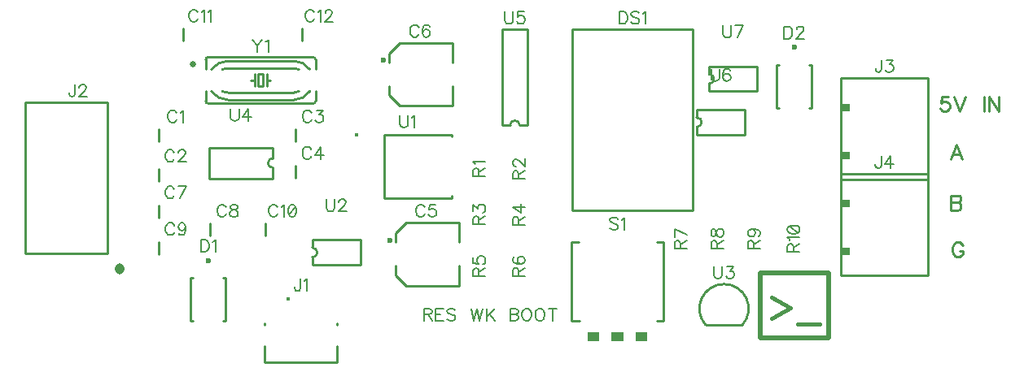
<source format=gbr>
%TF.GenerationSoftware,Novarm,DipTrace,3.0.0.2*%
%TF.CreationDate,2017-02-07T17:04:18+02:00*%
%FSLAX26Y26*%
%MOIN*%
%TF.FileFunction,Legend,Top*%
%TF.Part,Single*%
%ADD10C,0.009843*%
%ADD14C,0.02*%
%ADD15O,0.039447X0.045082*%
%ADD19C,0.023606*%
%ADD21C,0.023613*%
%ADD25C,0.015768*%
%ADD37C,0.015408*%
%ADD44O,0.02577X0.025955*%
%ADD103C,0.00772*%
%ADD104C,0.009264*%
%ADD105C,0.015439*%
G75*
G01*
%LPD*%
X677640Y1255929D2*
D10*
Y1307071D1*
Y1093429D2*
Y1144571D1*
X1240140Y1255929D2*
Y1307071D1*
Y1105929D2*
Y1157071D1*
X1907860Y923921D2*
X1907893Y843214D1*
X1907860Y923921D2*
X1691355D1*
X1648061Y880606D2*
X1691355Y923921D1*
X1648061Y880606D2*
Y843214D1*
X1907893Y744786D2*
X1907860Y664079D1*
X1691355D1*
X1648061Y707394D2*
X1691355Y664079D1*
X1648061Y744786D2*
Y707394D1*
D19*
X1624406Y851074D3*
X1882860Y1661421D2*
D10*
X1882893Y1580714D1*
X1882860Y1661421D2*
X1666355D1*
X1623061Y1618106D2*
X1666355Y1661421D1*
X1623061Y1618106D2*
Y1580714D1*
X1882893Y1482286D2*
X1882860Y1401579D1*
X1666355D1*
X1623061Y1444894D2*
X1666355Y1401579D1*
X1623061Y1482286D2*
Y1444894D1*
D19*
X1599406Y1588574D3*
X677640Y943429D2*
D10*
Y994571D1*
X890140Y868429D2*
Y919571D1*
X677640Y793429D2*
Y844571D1*
X1115140Y868429D2*
Y919571D1*
X777640Y1668429D2*
Y1719571D1*
X1265140Y1668429D2*
Y1719571D1*
X952369Y695972D2*
Y518800D1*
X810633Y695972D2*
Y518800D1*
X952369D2*
X942519D1*
X952369Y695972D2*
X942519D1*
X820484Y518800D2*
X810633D1*
X820484Y695972D2*
X810633D1*
D21*
X881501Y767814D3*
X3352369Y1570972D2*
D10*
Y1393800D1*
X3210633Y1570972D2*
Y1393800D1*
X3352369D2*
X3342519D1*
X3352369Y1570972D2*
X3342519D1*
X3220484Y1393800D2*
X3210633D1*
X3220484Y1570972D2*
X3210633D1*
D21*
X3281501Y1642814D3*
X2865949Y972583D2*
D10*
Y1715417D1*
X2372051D2*
X2865949D1*
X2372051D2*
Y972583D1*
X2865949D2*
X2372051D1*
D25*
X1209890Y610915D3*
X1111475Y511311D2*
D10*
Y501860D1*
Y416030D2*
Y351082D1*
X1410672D1*
Y416030D1*
Y511311D2*
Y501860D1*
X133862Y796657D2*
X468507D1*
Y1416343D1*
X133862D1*
Y796657D1*
X3474020Y1517436D2*
Y1100113D1*
X3828350D1*
Y1517436D1*
X3474020D1*
G36*
X3508744Y1410977D2*
X3477244D1*
Y1379594D1*
X3508744D1*
Y1410977D1*
G37*
G36*
Y1214251D2*
X3477244D1*
Y1182826D1*
X3508744D1*
Y1214251D1*
G37*
X3474020Y1123636D2*
D10*
Y706314D1*
X3828350D1*
Y1123636D1*
X3474020D1*
G36*
X3508744Y1017177D2*
X3477244D1*
Y985795D1*
X3508744D1*
Y1017177D1*
G37*
G36*
Y820451D2*
X3477244D1*
Y789027D1*
X3508744D1*
Y820451D1*
G37*
X2367524Y520068D2*
D10*
Y842922D1*
X2399007D1*
X2367524Y520068D2*
X2402976D1*
X2745476D2*
Y842922D1*
X2717924D1*
X2745476Y520068D2*
X2717924D1*
G36*
X2435139Y436224D2*
X2482383D1*
Y471648D1*
X2435139D1*
Y436224D1*
G37*
G36*
X2533596D2*
X2580840D1*
Y471648D1*
X2533596D1*
Y436224D1*
G37*
G36*
X2632015D2*
X2679259D1*
Y471648D1*
X2632015D1*
Y436224D1*
G37*
X1602387Y1284162D2*
D10*
Y1024320D1*
X1877976Y1284162D2*
X1602387D1*
X1877976D2*
Y1276297D1*
Y1024320D2*
X1602387D1*
X1877976D2*
Y1032185D1*
D37*
X1487441Y1283229D3*
X1308073Y749111D2*
D10*
X1504927D1*
X1308073Y851487D2*
X1504927D1*
Y749111D2*
Y851487D1*
X1308073Y780605D2*
Y749111D1*
Y819994D2*
Y851487D1*
Y780605D2*
G03X1308073Y819994I-9J19694D01*
G01*
X2918380Y503358D2*
G02X3069620Y503358I75620J66569D01*
G01*
X2918380D1*
X1146272Y1230309D2*
X886413D1*
X1146272Y1104337D2*
X886413D1*
Y1230309D2*
Y1104337D1*
X1146272Y1230309D2*
Y1187012D1*
Y1147634D2*
Y1104337D1*
Y1187012D2*
G03X1146272Y1147634I-9J-19689D01*
G01*
X2188889Y1322165D2*
Y1715835D1*
X2086513Y1322165D2*
Y1715835D1*
X2188889D2*
X2086513D1*
X2188889Y1322165D2*
X2157395D1*
X2118006D2*
X2086513D1*
X2157395D2*
G03X2118006Y1322165I-19694J-11D01*
G01*
X2882355Y1283847D2*
X3079209D1*
X2882355Y1386223D2*
X3079209D1*
Y1283847D2*
Y1386223D1*
X2882355Y1315341D2*
Y1283847D1*
Y1354730D2*
Y1386223D1*
Y1315341D2*
G03X2882355Y1354730I-9J19694D01*
G01*
X2933073Y1461611D2*
X3129927D1*
X2933073Y1563987D2*
X3129927D1*
Y1461611D2*
Y1563987D1*
X2933073Y1493105D2*
Y1461611D1*
Y1532494D2*
Y1563987D1*
Y1493105D2*
G03X2933073Y1532494I-9J19694D01*
G01*
X895348Y1551477D2*
G02X961444Y1586514I66245J-45106D01*
G01*
X871487Y1551477D2*
Y1591493D1*
X1231496Y1586514D2*
G02X1297652Y1551477I-89J-80143D01*
G01*
X1321513D2*
Y1591493D1*
X1231496Y1456493D2*
X961444D1*
X1231496Y1426491D2*
X961444D1*
Y1556512D2*
X1231496D1*
X1311491Y1411499D2*
X881509D1*
X1311491D2*
G03X1321513Y1421475I37J9985D01*
G01*
Y1461509D1*
X1231496Y1456493D2*
G03X1253329Y1461509I3J50012D01*
G01*
X1231496Y1556512D2*
G02X1253329Y1551477I-123J-50388D01*
G01*
X1231496Y1426491D2*
G03X1297652Y1461509I-33J80061D01*
G01*
X895348D2*
G03X961444Y1426491I66189J45043D01*
G01*
X939671Y1461509D2*
G03X961444Y1456493I21831J44996D01*
G01*
X939671Y1551477D2*
G02X961444Y1556512I21958J-45356D01*
G01*
X871487Y1421475D2*
Y1461509D1*
Y1421475D2*
G03X881509Y1411499I9985J10D01*
G01*
X961444Y1586514D2*
X1231496D1*
X1311491Y1601506D2*
X881509D1*
X1311491D2*
G02X1321513Y1591493I4J-10017D01*
G01*
X871487D2*
G02X881509Y1601506I10017J-4D01*
G01*
X1086538Y1531489D2*
Y1481498D1*
X1106462D1*
Y1531489D1*
X1086538D1*
X1071505D2*
Y1506484D1*
Y1481498D1*
Y1506484D2*
X1056472D1*
X1121495Y1531489D2*
Y1506484D1*
Y1481498D1*
Y1506484D2*
X1136528D1*
D44*
X819827Y1574601D3*
X3143061Y717413D2*
D14*
X3421690D1*
Y448657D1*
X3143061D1*
Y717413D1*
D15*
X520116Y731696D3*
X752736Y1372312D2*
D103*
X750359Y1377066D1*
X745551Y1381874D1*
X740797Y1384251D1*
X731236D1*
X726427Y1381874D1*
X721674Y1377066D1*
X719242Y1372312D1*
X716866Y1365127D1*
Y1353134D1*
X719242Y1346004D1*
X721674Y1341196D1*
X726427Y1336442D1*
X731236Y1334011D1*
X740797D1*
X745551Y1336442D1*
X750359Y1341196D1*
X752736Y1346004D1*
X768175Y1374634D2*
X772983Y1377066D1*
X780168Y1384195D1*
Y1334011D1*
X741986Y1209812D2*
X739609Y1214566D1*
X734801Y1219374D1*
X730048Y1221751D1*
X720486D1*
X715677Y1219374D1*
X710924Y1214566D1*
X708492Y1209812D1*
X706116Y1202627D1*
Y1190634D1*
X708492Y1183504D1*
X710924Y1178696D1*
X715677Y1173942D1*
X720486Y1171511D1*
X730048D1*
X734801Y1173942D1*
X739609Y1178696D1*
X741986Y1183504D1*
X759857Y1209757D2*
Y1212134D1*
X762233Y1216942D1*
X764610Y1219319D1*
X769418Y1221695D1*
X778980D1*
X783733Y1219319D1*
X786110Y1216942D1*
X788542Y1212134D1*
Y1207381D1*
X786110Y1202572D1*
X781357Y1195442D1*
X757425Y1171511D1*
X790918D1*
X1304486Y1372312D2*
X1302109Y1377066D1*
X1297301Y1381874D1*
X1292548Y1384251D1*
X1282986D1*
X1278177Y1381874D1*
X1273424Y1377066D1*
X1270992Y1372312D1*
X1268616Y1365127D1*
Y1353134D1*
X1270992Y1346004D1*
X1273424Y1341196D1*
X1278177Y1336442D1*
X1282986Y1334011D1*
X1292548D1*
X1297301Y1336442D1*
X1302109Y1341196D1*
X1304486Y1346004D1*
X1324733Y1384195D2*
X1350986D1*
X1336672Y1365072D1*
X1343857D1*
X1348610Y1362696D1*
X1350986Y1360319D1*
X1353418Y1353134D1*
Y1348381D1*
X1350986Y1341196D1*
X1346233Y1336387D1*
X1339048Y1334011D1*
X1331863D1*
X1324733Y1336387D1*
X1322357Y1338819D1*
X1319925Y1343572D1*
X1303297Y1222312D2*
X1300921Y1227066D1*
X1296112Y1231874D1*
X1291359Y1234251D1*
X1281798D1*
X1276989Y1231874D1*
X1272236Y1227066D1*
X1269804Y1222312D1*
X1267428Y1215127D1*
Y1203134D1*
X1269804Y1196004D1*
X1272236Y1191196D1*
X1276989Y1186442D1*
X1281798Y1184011D1*
X1291359D1*
X1296112Y1186442D1*
X1300921Y1191196D1*
X1303297Y1196004D1*
X1342668Y1184011D2*
Y1234195D1*
X1318737Y1200757D1*
X1354607D1*
X1767980Y985206D2*
X1765604Y989959D1*
X1760795Y994768D1*
X1756042Y997144D1*
X1746481D1*
X1741672Y994768D1*
X1736919Y989959D1*
X1734487Y985206D1*
X1732111Y978021D1*
Y966028D1*
X1734487Y958898D1*
X1736919Y954089D1*
X1741672Y949336D1*
X1746481Y946904D1*
X1756042D1*
X1760795Y949336D1*
X1765604Y954089D1*
X1767980Y958898D1*
X1812105Y997089D2*
X1788228D1*
X1785852Y975589D1*
X1788228Y977966D1*
X1795413Y980398D1*
X1802543D1*
X1809728Y977966D1*
X1814536Y973213D1*
X1816913Y966028D1*
Y961274D1*
X1814536Y954089D1*
X1809728Y949281D1*
X1802543Y946904D1*
X1795413D1*
X1788228Y949281D1*
X1785852Y951713D1*
X1783420Y956466D1*
X1744196Y1722706D2*
X1741820Y1727459D1*
X1737011Y1732268D1*
X1732258Y1734644D1*
X1722697D1*
X1717888Y1732268D1*
X1713135Y1727459D1*
X1710703Y1722706D1*
X1708326Y1715521D1*
Y1703528D1*
X1710703Y1696398D1*
X1713135Y1691589D1*
X1717888Y1686836D1*
X1722697Y1684404D1*
X1732258D1*
X1737011Y1686836D1*
X1741820Y1691589D1*
X1744196Y1696398D1*
X1788321Y1727459D2*
X1785944Y1732212D1*
X1778759Y1734589D1*
X1774006D1*
X1766821Y1732212D1*
X1762012Y1725027D1*
X1759636Y1713089D1*
Y1701151D1*
X1762012Y1691589D1*
X1766821Y1686781D1*
X1774006Y1684404D1*
X1776382D1*
X1783512Y1686781D1*
X1788321Y1691589D1*
X1790697Y1698774D1*
Y1701151D1*
X1788321Y1708336D1*
X1783512Y1713089D1*
X1776382Y1715466D1*
X1774006D1*
X1766821Y1713089D1*
X1762012Y1708336D1*
X1759636Y1701151D1*
X741986Y1059812D2*
X739609Y1064566D1*
X734801Y1069374D1*
X730048Y1071751D1*
X720486D1*
X715677Y1069374D1*
X710924Y1064566D1*
X708492Y1059812D1*
X706116Y1052627D1*
Y1040634D1*
X708492Y1033504D1*
X710924Y1028696D1*
X715677Y1023942D1*
X720486Y1021511D1*
X730048D1*
X734801Y1023942D1*
X739609Y1028696D1*
X741986Y1033504D1*
X766987Y1021511D2*
X790918Y1071695D1*
X757425D1*
X954513Y984812D2*
X952137Y989566D1*
X947328Y994374D1*
X942575Y996751D1*
X933014D1*
X928205Y994374D1*
X923452Y989566D1*
X921020Y984812D1*
X918643Y977627D1*
Y965634D1*
X921020Y958504D1*
X923452Y953696D1*
X928205Y948942D1*
X933014Y946511D1*
X942575D1*
X947328Y948942D1*
X952137Y953696D1*
X954513Y958504D1*
X981891Y996695D2*
X974761Y994319D1*
X972329Y989566D1*
Y984757D1*
X974761Y980004D1*
X979514Y977572D1*
X989076Y975196D1*
X996261Y972819D1*
X1001014Y968010D1*
X1003391Y963257D1*
Y956072D1*
X1001014Y951319D1*
X998638Y948887D1*
X991452Y946511D1*
X981891D1*
X974761Y948887D1*
X972329Y951319D1*
X969953Y956072D1*
Y963257D1*
X972329Y968010D1*
X977138Y972819D1*
X984267Y975196D1*
X993829Y977572D1*
X998638Y980004D1*
X1001014Y984757D1*
Y989566D1*
X998638Y994319D1*
X991452Y996695D1*
X981891D1*
X743174Y909812D2*
X740797Y914566D1*
X735989Y919374D1*
X731236Y921751D1*
X721674D1*
X716866Y919374D1*
X712113Y914566D1*
X709681Y909812D1*
X707304Y902627D1*
Y890634D1*
X709681Y883504D1*
X712113Y878696D1*
X716866Y873942D1*
X721674Y871511D1*
X731236D1*
X735989Y873942D1*
X740797Y878696D1*
X743174Y883504D1*
X789730Y905004D2*
X787298Y897819D1*
X782545Y893010D1*
X775360Y890634D1*
X772983D1*
X765798Y893010D1*
X761045Y897819D1*
X758613Y905004D1*
Y907381D1*
X761045Y914566D1*
X765798Y919319D1*
X772983Y921695D1*
X775360D1*
X782545Y919319D1*
X787298Y914566D1*
X789730Y905004D1*
Y893010D1*
X787298Y881072D1*
X782545Y873887D1*
X775360Y871511D1*
X770607D1*
X763422Y873887D1*
X761045Y878696D1*
X1165769Y984812D2*
X1163393Y989566D1*
X1158584Y994374D1*
X1153831Y996751D1*
X1144270D1*
X1139461Y994374D1*
X1134708Y989566D1*
X1132276Y984812D1*
X1129899Y977627D1*
Y965634D1*
X1132276Y958504D1*
X1134708Y953696D1*
X1139461Y948942D1*
X1144270Y946511D1*
X1153831D1*
X1158584Y948942D1*
X1163393Y953696D1*
X1165769Y958504D1*
X1181209Y987134D2*
X1186017Y989566D1*
X1193202Y996695D1*
Y946511D1*
X1223011Y996695D2*
X1215826Y994319D1*
X1211018Y987134D1*
X1208641Y975196D1*
Y968010D1*
X1211018Y956072D1*
X1215826Y948887D1*
X1223011Y946511D1*
X1227765D1*
X1234950Y948887D1*
X1239703Y956072D1*
X1242135Y968010D1*
Y975196D1*
X1239703Y987134D1*
X1234950Y994319D1*
X1227765Y996695D1*
X1223011D1*
X1239703Y987134D2*
X1211018Y956072D1*
X839019Y1784812D2*
X836643Y1789566D1*
X831834Y1794374D1*
X827081Y1796751D1*
X817519D1*
X812711Y1794374D1*
X807958Y1789566D1*
X805526Y1784812D1*
X803149Y1777627D1*
Y1765634D1*
X805526Y1758504D1*
X807958Y1753696D1*
X812711Y1748942D1*
X817519Y1746511D1*
X827081D1*
X831834Y1748942D1*
X836643Y1753696D1*
X839019Y1758504D1*
X854459Y1787134D2*
X859267Y1789566D1*
X866452Y1796695D1*
Y1746511D1*
X881891Y1787134D2*
X886700Y1789566D1*
X893885Y1796695D1*
Y1746511D1*
X1315769Y1784812D2*
X1313393Y1789566D1*
X1308584Y1794374D1*
X1303831Y1796751D1*
X1294270D1*
X1289461Y1794374D1*
X1284708Y1789566D1*
X1282276Y1784812D1*
X1279899Y1777627D1*
Y1765634D1*
X1282276Y1758504D1*
X1284708Y1753696D1*
X1289461Y1748942D1*
X1294270Y1746511D1*
X1303831D1*
X1308584Y1748942D1*
X1313393Y1753696D1*
X1315769Y1758504D1*
X1331209Y1787134D2*
X1336017Y1789566D1*
X1343202Y1796695D1*
Y1746511D1*
X1361073Y1784757D2*
Y1787134D1*
X1363450Y1791942D1*
X1365826Y1794319D1*
X1370635Y1796695D1*
X1380196D1*
X1384950Y1794319D1*
X1387326Y1791942D1*
X1389758Y1787134D1*
Y1782381D1*
X1387326Y1777572D1*
X1382573Y1770442D1*
X1358641Y1746511D1*
X1392135D1*
X851038Y852853D2*
Y802613D1*
X867785D1*
X874970Y805045D1*
X879778Y809798D1*
X882155Y814606D1*
X884532Y821736D1*
Y833730D1*
X882155Y840915D1*
X879778Y845668D1*
X874970Y850476D1*
X867785Y852853D1*
X851038D1*
X899971Y843236D2*
X904779Y845668D1*
X911964Y852798D1*
Y802613D1*
X3240288Y1727853D2*
Y1677613D1*
X3257035D1*
X3264220Y1680045D1*
X3269029Y1684798D1*
X3271405Y1689606D1*
X3273782Y1696736D1*
Y1708730D1*
X3271405Y1715915D1*
X3269029Y1720668D1*
X3264220Y1725476D1*
X3257035Y1727853D1*
X3240288D1*
X3291653Y1715860D2*
Y1718236D1*
X3294029Y1723045D1*
X3296406Y1725421D1*
X3301214Y1727798D1*
X3310776D1*
X3315529Y1725421D1*
X3317906Y1723045D1*
X3320338Y1718236D1*
Y1713483D1*
X3317906Y1708674D1*
X3313153Y1701545D1*
X3289221Y1677613D1*
X3322714D1*
X2564071Y1788640D2*
Y1738400D1*
X2580817D1*
X2588002Y1740832D1*
X2592811Y1745585D1*
X2595187Y1750394D1*
X2597564Y1757524D1*
Y1769517D1*
X2595187Y1776702D1*
X2592811Y1781455D1*
X2588002Y1786264D1*
X2580817Y1788640D1*
X2564071D1*
X2646497Y1781455D2*
X2641743Y1786264D1*
X2634558Y1788640D1*
X2624997D1*
X2617812Y1786264D1*
X2613003Y1781455D1*
Y1776702D1*
X2615435Y1771894D1*
X2617812Y1769517D1*
X2622565Y1767141D1*
X2636935Y1762332D1*
X2641743Y1759956D1*
X2644120Y1757524D1*
X2646497Y1752770D1*
Y1745585D1*
X2641743Y1740832D1*
X2634558Y1738400D1*
X2624997D1*
X2617812Y1740832D1*
X2613003Y1745585D1*
X2661936Y1779024D2*
X2666744Y1781455D1*
X2673929Y1788585D1*
Y1738400D1*
X1259323Y692022D2*
Y653775D1*
X1256946Y646590D1*
X1254514Y644214D1*
X1249761Y641782D1*
X1244953D1*
X1240200Y644214D1*
X1237823Y646590D1*
X1235391Y653775D1*
Y658529D1*
X1274762Y682405D2*
X1279570Y684837D1*
X1286756Y691967D1*
Y641782D1*
X336126Y1489566D2*
Y1451319D1*
X333749Y1444134D1*
X331317Y1441757D1*
X326564Y1439326D1*
X321755D1*
X317002Y1441757D1*
X314626Y1444134D1*
X312194Y1451319D1*
Y1456072D1*
X353997Y1477572D2*
Y1479949D1*
X356373Y1484757D1*
X358750Y1487134D1*
X363558Y1489510D1*
X373120D1*
X377873Y1487134D1*
X380250Y1484757D1*
X382682Y1479949D1*
Y1475196D1*
X380250Y1470387D1*
X375497Y1463257D1*
X351565Y1439326D1*
X385058D1*
X3638685Y1590659D2*
Y1552412D1*
X3636308Y1545227D1*
X3633876Y1542851D1*
X3629123Y1540419D1*
X3624315D1*
X3619561Y1542851D1*
X3617185Y1545227D1*
X3614753Y1552412D1*
Y1557165D1*
X3658932Y1590604D2*
X3685185D1*
X3670871Y1571480D1*
X3678056D1*
X3682809Y1569104D1*
X3685185Y1566727D1*
X3687617Y1559542D1*
Y1554789D1*
X3685185Y1547604D1*
X3680432Y1542795D1*
X3673247Y1540419D1*
X3666062D1*
X3658932Y1542795D1*
X3656556Y1545227D1*
X3654124Y1549980D1*
X3637496Y1196860D2*
Y1158613D1*
X3635120Y1151428D1*
X3632688Y1149051D1*
X3627935Y1146620D1*
X3623126D1*
X3618373Y1149051D1*
X3615996Y1151428D1*
X3613565Y1158613D1*
Y1163366D1*
X3676867Y1146620D2*
Y1196804D1*
X3652936Y1163366D1*
X3688805D1*
X1990181Y1113636D2*
Y1135135D1*
X1987749Y1142320D1*
X1985373Y1144752D1*
X1980620Y1147129D1*
X1975811D1*
X1971058Y1144752D1*
X1968626Y1142320D1*
X1966249Y1135135D1*
Y1113636D1*
X2016489D1*
X1990181Y1130382D2*
X2016489Y1147129D1*
X1975866Y1162568D2*
X1973434Y1167376D1*
X1966305Y1174562D1*
X2016489Y1174561D1*
X2152681Y1102689D2*
Y1124189D1*
X2150249Y1131374D1*
X2147873Y1133805D1*
X2143120Y1136182D1*
X2138311D1*
X2133558Y1133805D1*
X2131126Y1131374D1*
X2128749Y1124189D1*
Y1102689D1*
X2178989D1*
X2152681Y1119435D2*
X2178989Y1136182D1*
X2140743Y1154053D2*
X2138366D1*
X2133558Y1156430D1*
X2131181Y1158806D1*
X2128805Y1163615D1*
Y1173176D1*
X2131181Y1177930D1*
X2133558Y1180306D1*
X2138366Y1182738D1*
X2143120D1*
X2147928Y1180306D1*
X2155058Y1175553D1*
X2178989Y1151621D1*
Y1185115D1*
X1990181Y915189D2*
Y936689D1*
X1987749Y943874D1*
X1985373Y946305D1*
X1980620Y948682D1*
X1975811D1*
X1971058Y946305D1*
X1968626Y943874D1*
X1966249Y936689D1*
Y915189D1*
X2016489D1*
X1990181Y931935D2*
X2016489Y948682D1*
X1966305Y968930D2*
Y995183D1*
X1985428Y980868D1*
Y988053D1*
X1987805Y992806D1*
X1990181Y995183D1*
X1997366Y997615D1*
X2002119D1*
X2009304Y995183D1*
X2014113Y990430D1*
X2016489Y983244D1*
Y976059D1*
X2014113Y968930D1*
X2011681Y966553D1*
X2006928Y964121D1*
X2152681Y914000D2*
Y935500D1*
X2150249Y942685D1*
X2147873Y945117D1*
X2143120Y947494D1*
X2138311D1*
X2133558Y945117D1*
X2131126Y942685D1*
X2128749Y935500D1*
Y914000D1*
X2178989D1*
X2152681Y930747D2*
X2178989Y947494D1*
Y986865D2*
X2128805D1*
X2162243Y962933D1*
Y998803D1*
X1990181Y702886D2*
Y724385D1*
X1987749Y731570D1*
X1985373Y734002D1*
X1980620Y736379D1*
X1975811D1*
X1971058Y734002D1*
X1968626Y731570D1*
X1966249Y724385D1*
Y702886D1*
X2016489D1*
X1990181Y719632D2*
X2016489Y736379D1*
X1966305Y780503D2*
Y756627D1*
X1987805Y754250D1*
X1985428Y756627D1*
X1982996Y763812D1*
Y770941D1*
X1985428Y778126D1*
X1990181Y782935D1*
X1997366Y785311D1*
X2002119D1*
X2009304Y782935D1*
X2014113Y778126D1*
X2016489Y770941D1*
Y763812D1*
X2014113Y756627D1*
X2011681Y754250D1*
X2006928Y751818D1*
X2152681Y704102D2*
Y725601D1*
X2150249Y732786D1*
X2147873Y735218D1*
X2143120Y737595D1*
X2138311D1*
X2133558Y735218D1*
X2131126Y732786D1*
X2128749Y725601D1*
Y704102D1*
X2178989D1*
X2152681Y720848D2*
X2178989Y737595D1*
X2135934Y781719D2*
X2131181Y779342D1*
X2128805Y772157D1*
Y767404D1*
X2131181Y760219D1*
X2138366Y755411D1*
X2150305Y753034D1*
X2162243D1*
X2171804Y755411D1*
X2176613Y760219D1*
X2178989Y767404D1*
Y769781D1*
X2176613Y776910D1*
X2171804Y781719D1*
X2164619Y784095D1*
X2162243D1*
X2155058Y781719D1*
X2150305Y776910D1*
X2147928Y769781D1*
Y767404D1*
X2150305Y760219D1*
X2155058Y755411D1*
X2162243Y753034D1*
X2815181Y815189D2*
Y836689D1*
X2812749Y843874D1*
X2810373Y846305D1*
X2805620Y848682D1*
X2800811D1*
X2796058Y846305D1*
X2793626Y843874D1*
X2791249Y836689D1*
Y815189D1*
X2841489D1*
X2815181Y831935D2*
X2841489Y848682D1*
Y873683D2*
X2791305Y897615D1*
Y864121D1*
X2965181Y815216D2*
Y836716D1*
X2962749Y843901D1*
X2960373Y846333D1*
X2955620Y848710D1*
X2950811D1*
X2946058Y846333D1*
X2943626Y843901D1*
X2941249Y836716D1*
Y815216D1*
X2991489D1*
X2965181Y831963D2*
X2991489Y848710D1*
X2941305Y876087D2*
X2943681Y868957D1*
X2948434Y866526D1*
X2953243Y866525D1*
X2957996Y868957D1*
X2960428Y873711D1*
X2962805Y883272D1*
X2965181Y890457D1*
X2969990Y895210D1*
X2974743Y897587D1*
X2981928D1*
X2986681Y895210D1*
X2989113Y892834D1*
X2991489Y885649D1*
Y876087D1*
X2989113Y868957D1*
X2986681Y866525D1*
X2981928Y864149D1*
X2974743D1*
X2969990Y866525D1*
X2965181Y871334D1*
X2962805Y878464D1*
X2960428Y888025D1*
X2957996Y892834D1*
X2953243Y895210D1*
X2948434D1*
X2943681Y892834D1*
X2941305Y885649D1*
Y876087D1*
X3115181Y816377D2*
Y837877D1*
X3112749Y845062D1*
X3110373Y847494D1*
X3105620Y849870D1*
X3100811D1*
X3096058Y847494D1*
X3093626Y845062D1*
X3091249Y837877D1*
Y816377D1*
X3141489D1*
X3115181Y833124D2*
X3141489Y849870D1*
X3107996Y896426D2*
X3115181Y893994D1*
X3119990Y889241D1*
X3122366Y882056D1*
Y879680D1*
X3119990Y872495D1*
X3115181Y867741D1*
X3107996Y865310D1*
X3105620D1*
X3098434Y867741D1*
X3093681Y872495D1*
X3091305Y879680D1*
Y882056D1*
X3093681Y889241D1*
X3098434Y893994D1*
X3107996Y896426D1*
X3119990D1*
X3131928Y893994D1*
X3139113Y889241D1*
X3141489Y882056D1*
Y877303D1*
X3139113Y870118D1*
X3134304Y867741D1*
X3277681Y801472D2*
Y822972D1*
X3275249Y830157D1*
X3272873Y832589D1*
X3268120Y834966D1*
X3263311D1*
X3258558Y832589D1*
X3256126Y830157D1*
X3253749Y822972D1*
Y801472D1*
X3303989D1*
X3277681Y818219D2*
X3303989Y834966D1*
X3263366Y850405D2*
X3260934Y855213D1*
X3253805Y862398D1*
X3303989D1*
X3253805Y892208D2*
X3256181Y885023D1*
X3263366Y880214D1*
X3275305Y877838D1*
X3282490D1*
X3294428Y880214D1*
X3301613Y885023D1*
X3303989Y892208D1*
Y896961D1*
X3301613Y904146D1*
X3294428Y908899D1*
X3282490Y911331D1*
X3275305D1*
X3263366Y908899D1*
X3256181Y904146D1*
X3253805Y896961D1*
Y892208D1*
X3263366Y908899D2*
X3294428Y880214D1*
X2559530Y936908D2*
X2554777Y941717D1*
X2547592Y944093D1*
X2538030D1*
X2530845Y941717D1*
X2526037Y936908D1*
Y932155D1*
X2528469Y927346D1*
X2530845Y924970D1*
X2535599Y922593D1*
X2549969Y917785D1*
X2554777Y915408D1*
X2557154Y912976D1*
X2559530Y908223D1*
Y901038D1*
X2554777Y896285D1*
X2547592Y893853D1*
X2538030D1*
X2530845Y896285D1*
X2526037Y901038D1*
X2574970Y934476D2*
X2579778Y936908D1*
X2586963Y944038D1*
Y893853D1*
X1666391Y1364157D2*
Y1328288D1*
X1668768Y1321102D1*
X1673576Y1316349D1*
X1680761Y1313917D1*
X1685515D1*
X1692700Y1316349D1*
X1697508Y1321102D1*
X1699885Y1328288D1*
Y1364157D1*
X1715324Y1354541D2*
X1720132Y1356972D1*
X1727317Y1364102D1*
Y1313917D1*
X1365287Y1019192D2*
Y983322D1*
X1367664Y976137D1*
X1372472Y971383D1*
X1379657Y968952D1*
X1384410D1*
X1391595Y971383D1*
X1396404Y976137D1*
X1398780Y983322D1*
Y1019192D1*
X1416651Y1007198D2*
Y1009575D1*
X1419028Y1014383D1*
X1421405Y1016760D1*
X1426213Y1019136D1*
X1435775D1*
X1440528Y1016760D1*
X1442905Y1014383D1*
X1445336Y1009575D1*
Y1004822D1*
X1442905Y1000013D1*
X1438151Y992883D1*
X1414220Y968952D1*
X1447713D1*
X2952787Y743897D2*
Y708027D1*
X2955164Y700842D1*
X2959972Y696089D1*
X2967157Y693657D1*
X2971910D1*
X2979095Y696089D1*
X2983904Y700842D1*
X2986280Y708027D1*
Y743897D1*
X3006528Y743842D2*
X3032781D1*
X3018466Y724718D1*
X3025651D1*
X3030405Y722342D1*
X3032781Y719965D1*
X3035213Y712780D1*
Y708027D1*
X3032781Y700842D1*
X3028028Y696034D1*
X3020843Y693657D1*
X3013658D1*
X3006528Y696034D1*
X3004151Y698465D1*
X3001720Y703219D1*
X973941Y1390156D2*
Y1354286D1*
X976318Y1347101D1*
X981126Y1342348D1*
X988311Y1339916D1*
X993065D1*
X1000250Y1342348D1*
X1005058Y1347101D1*
X1007435Y1354286D1*
Y1390156D1*
X1046806Y1339916D2*
Y1390101D1*
X1022874Y1356663D1*
X1058744D1*
X2096488Y1789058D2*
Y1753188D1*
X2098864Y1746003D1*
X2103673Y1741250D1*
X2110858Y1738818D1*
X2115611D1*
X2122796Y1741250D1*
X2127605Y1746003D1*
X2129981Y1753188D1*
Y1789058D1*
X2174105Y1789002D2*
X2150229D1*
X2147852Y1767503D1*
X2150229Y1769879D1*
X2157414Y1772311D1*
X2164544D1*
X2171729Y1769879D1*
X2176537Y1765126D1*
X2178914Y1757941D1*
Y1753188D1*
X2176537Y1746003D1*
X2171729Y1741194D1*
X2164544Y1738818D1*
X2157414D1*
X2150229Y1741194D1*
X2147852Y1743626D1*
X2145420Y1748379D1*
X2940785Y1553927D2*
Y1518057D1*
X2943162Y1510872D1*
X2947970Y1506119D1*
X2955155Y1503687D1*
X2959908D1*
X2967093Y1506119D1*
X2971902Y1510872D1*
X2974279Y1518057D1*
Y1553927D1*
X3018403Y1546742D2*
X3016026Y1551496D1*
X3008841Y1553872D1*
X3004088D1*
X2996903Y1551496D1*
X2992094Y1544310D1*
X2989718Y1532372D1*
Y1520434D1*
X2992094Y1510872D1*
X2996903Y1506064D1*
X3004088Y1503687D1*
X3006464D1*
X3013594Y1506064D1*
X3018403Y1510872D1*
X3020779Y1518057D1*
Y1520434D1*
X3018403Y1527619D1*
X3013594Y1532372D1*
X3006464Y1534749D1*
X3004088D1*
X2996903Y1532372D1*
X2992094Y1527619D1*
X2989718Y1520434D1*
X2990287Y1731692D2*
Y1695822D1*
X2992664Y1688637D1*
X2997472Y1683883D1*
X3004657Y1681452D1*
X3009410D1*
X3016595Y1683883D1*
X3021404Y1688637D1*
X3023780Y1695822D1*
Y1731692D1*
X3048781Y1681452D2*
X3072713Y1731636D1*
X3039220D1*
X1063660Y1674729D2*
X1082784Y1650797D1*
Y1624489D1*
X1101907Y1674729D2*
X1082784Y1650797D1*
X1117346Y1665112D2*
X1122155Y1667544D1*
X1129340Y1674674D1*
Y1624489D1*
X1764478Y546372D2*
X1785977D1*
X1793162Y548804D1*
X1795594Y551180D1*
X1797971Y555934D1*
Y560742D1*
X1795594Y565495D1*
X1793162Y567927D1*
X1785977Y570304D1*
X1764478D1*
Y520064D1*
X1781224Y546372D2*
X1797971Y520064D1*
X1844472Y570304D2*
X1813410D1*
Y520064D1*
X1844472D1*
X1813410Y546372D2*
X1832533D1*
X1893404Y563119D2*
X1888651Y567927D1*
X1881466Y570304D1*
X1871904D1*
X1864719Y567927D1*
X1859911Y563119D1*
Y558365D1*
X1862343Y553557D1*
X1864719Y551180D1*
X1869472Y548804D1*
X1883843Y543995D1*
X1888651Y541619D1*
X1891028Y539187D1*
X1893404Y534434D1*
Y527249D1*
X1888651Y522496D1*
X1881466Y520064D1*
X1871904D1*
X1864719Y522496D1*
X1859911Y527249D1*
X1957444Y570304D2*
X1969438Y520064D1*
X1981376Y570304D1*
X1993314Y520064D1*
X2005308Y570304D1*
X2020747D2*
Y520064D1*
X2054240Y570304D2*
X2020747Y536810D1*
X2032685Y548804D2*
X2054240Y520064D1*
X2118281Y570304D2*
Y520064D1*
X2139836D1*
X2147021Y522496D1*
X2149397Y524872D1*
X2151774Y529625D1*
Y536810D1*
X2149397Y541619D1*
X2147021Y543995D1*
X2139836Y546372D1*
X2147021Y548804D1*
X2149397Y551180D1*
X2151774Y555934D1*
Y560742D1*
X2149397Y565495D1*
X2147021Y567927D1*
X2139836Y570304D1*
X2118281D1*
Y546372D2*
X2139836D1*
X2181583Y570304D2*
X2176775Y567927D1*
X2172022Y563119D1*
X2169590Y558365D1*
X2167213Y551180D1*
Y539187D1*
X2169590Y532057D1*
X2172022Y527249D1*
X2176775Y522496D1*
X2181583Y520064D1*
X2191145D1*
X2195898Y522496D1*
X2200707Y527249D1*
X2203083Y532057D1*
X2205460Y539187D1*
Y551180D1*
X2203083Y558365D1*
X2200707Y563119D1*
X2195898Y567927D1*
X2191145Y570304D1*
X2181583D1*
X2235269D2*
X2230461Y567927D1*
X2225707Y563119D1*
X2223276Y558365D1*
X2220899Y551180D1*
Y539187D1*
X2223276Y532057D1*
X2225707Y527249D1*
X2230461Y522496D1*
X2235269Y520064D1*
X2244831D1*
X2249584Y522496D1*
X2254392Y527249D1*
X2256769Y532057D1*
X2259145Y539187D1*
Y551180D1*
X2256769Y558365D1*
X2254392Y563119D1*
X2249584Y567927D1*
X2244831Y570304D1*
X2235269D1*
X2291331D2*
Y520064D1*
X2274585Y570304D2*
X2308078D1*
X3972252Y828716D2*
D104*
X3969400Y834420D1*
X3963630Y840190D1*
X3957926Y843042D1*
X3946452D1*
X3940682Y840190D1*
X3934978Y834420D1*
X3932060Y828716D1*
X3929208Y820094D1*
Y805702D1*
X3932060Y797146D1*
X3934978Y791376D1*
X3940682Y785672D1*
X3946452Y782754D1*
X3957926D1*
X3963630Y785672D1*
X3969400Y791376D1*
X3972252Y797146D1*
Y805702D1*
X3957926D1*
X3923573Y1034643D2*
Y974355D1*
X3949439D1*
X3958061Y977273D1*
X3960913Y980125D1*
X3963765Y985829D1*
Y994451D1*
X3960913Y1000221D1*
X3958061Y1003073D1*
X3949439Y1005925D1*
X3958061Y1008843D1*
X3960913Y1011695D1*
X3963765Y1017398D1*
Y1023169D1*
X3960913Y1028872D1*
X3958061Y1031791D1*
X3949439Y1034643D1*
X3923573D1*
Y1005925D2*
X3949439D1*
X3969535Y1182861D2*
X3946521Y1243149D1*
X3923573Y1182861D1*
X3932195Y1202957D2*
X3960913D1*
X3912912Y1440318D2*
X3884260D1*
X3881409Y1414519D1*
X3884260Y1417371D1*
X3892883Y1420289D1*
X3901438D1*
X3910060Y1417371D1*
X3915830Y1411667D1*
X3918682Y1403045D1*
Y1397341D1*
X3915830Y1388719D1*
X3910060Y1382949D1*
X3901438Y1380097D1*
X3892883D1*
X3884260Y1382949D1*
X3881409Y1385867D1*
X3878490Y1391571D1*
X3937209Y1440385D2*
X3960157Y1380097D1*
X3983105Y1440385D1*
X4059954D2*
Y1380097D1*
X4118673Y1440385D2*
Y1380097D1*
X4078481Y1440385D1*
Y1380097D1*
X3189115Y615024D2*
D105*
X3265608Y571914D1*
X3189115Y528914D1*
X3296487Y505203D2*
X3387350D1*
M02*

</source>
